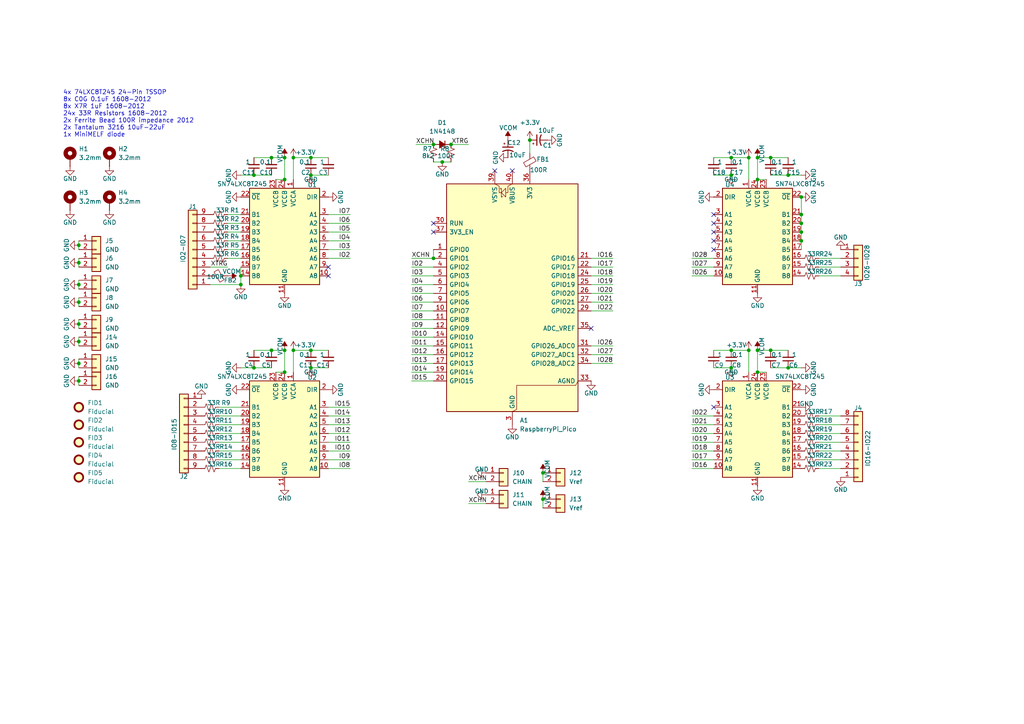
<source format=kicad_sch>
(kicad_sch (version 20250114) (generator "eeschema") (generator_version "9.0")
  (paper "A4")
  (title_block (title "Clear Logic Analyzer") (date "2026-01-19") (rev "1") (company "Jaystonian's Retro Wares") (comment 2 "Low-noise, clean edges, high speed"))
  (lib_symbols
    (symbol "Connector_Generic:Conn_01x02" (pin_names (offset 1.016) (hide yes))
      (property "Reference" "J" (at 0 2.54 0))
      (property "Value" "Conn_01x02" (at 0 -5.08 0))
      (symbol "Conn_01x02_1_1"
        (pin passive line (at -5.08 0 0) (length 3.81) (name "Pin_1") (number "1"))
        (pin passive line (at -5.08 -2.54 0) (length 3.81) (name "Pin_2") (number "2"))
      )
    )
    (symbol "Connector_Generic:Conn_01x04" (pin_names (offset 1.016) (hide yes))
      (property "Reference" "J" (at 0 5.08 0))
      (property "Value" "Conn_01x04" (at 0 -7.62 0))
      (symbol "Conn_01x04_1_1"
        (pin passive line (at -5.08 2.54 0) (length 3.81) (name "Pin_1") (number "1"))
        (pin passive line (at -5.08 0 0) (length 3.81) (name "Pin_2") (number "2"))
        (pin passive line (at -5.08 -2.54 0) (length 3.81) (name "Pin_3") (number "3"))
        (pin passive line (at -5.08 -5.08 0) (length 3.81) (name "Pin_4") (number "4"))
      )
    )
    (symbol "Connector_Generic:Conn_01x08" (pin_names (offset 1.016) (hide yes))
      (property "Reference" "J" (at 0 10.16 0))
      (property "Value" "Conn_01x08" (at 0 -12.7 0))
      (symbol "Conn_01x08_1_1"
        (pin passive line (at -5.08 7.62 0) (length 3.81) (name "Pin_1") (number "1"))
        (pin passive line (at -5.08 5.08 0) (length 3.81) (name "Pin_2") (number "2"))
        (pin passive line (at -5.08 2.54 0) (length 3.81) (name "Pin_3") (number "3"))
        (pin passive line (at -5.08 0 0) (length 3.81) (name "Pin_4") (number "4"))
        (pin passive line (at -5.08 -2.54 0) (length 3.81) (name "Pin_5") (number "5"))
        (pin passive line (at -5.08 -5.08 0) (length 3.81) (name "Pin_6") (number "6"))
        (pin passive line (at -5.08 -7.62 0) (length 3.81) (name "Pin_7") (number "7"))
        (pin passive line (at -5.08 -10.16 0) (length 3.81) (name "Pin_8") (number "8"))
      )
    )
    (symbol "Connector_Generic:Conn_01x09" (pin_names (offset 1.016) (hide yes))
      (property "Reference" "J" (at 0 12.7 0))
      (property "Value" "Conn_01x09" (at 0 -12.7 0))
      (symbol "Conn_01x09_1_1"
        (pin passive line (at -5.08 10.16 0) (length 3.81) (name "Pin_1") (number "1"))
        (pin passive line (at -5.08 7.62 0) (length 3.81) (name "Pin_2") (number "2"))
        (pin passive line (at -5.08 5.08 0) (length 3.81) (name "Pin_3") (number "3"))
        (pin passive line (at -5.08 2.54 0) (length 3.81) (name "Pin_4") (number "4"))
        (pin passive line (at -5.08 0 0) (length 3.81) (name "Pin_5") (number "5"))
        (pin passive line (at -5.08 -2.54 0) (length 3.81) (name "Pin_6") (number "6"))
        (pin passive line (at -5.08 -5.08 0) (length 3.81) (name "Pin_7") (number "7"))
        (pin passive line (at -5.08 -7.62 0) (length 3.81) (name "Pin_8") (number "8"))
        (pin passive line (at -5.08 -10.16 0) (length 3.81) (name "Pin_9") (number "9"))
      )
    )
    (symbol "Device:C_Polarized_Small_US" (pin_numbers (hide yes)) (pin_names (offset 0.254) (hide yes))
      (property "Reference" "C" (at 0.254 1.778 0))
      (property "Value" "C_Polarized_Small_US" (at 0.254 -2.032 0))
      (symbol "C_Polarized_Small_US_1_1"
        (pin passive line (at 0 2.54 270) (length 2.032) (name "~") (number "1"))
        (pin passive line (at 0 -2.54 90) (length 2.032) (name "~") (number "2"))
      )
    )
    (symbol "Device:C_Small" (pin_numbers (hide yes)) (pin_names (offset 0.254) (hide yes))
      (property "Reference" "C" (at 0.254 1.778 0))
      (property "Value" "C_Small" (at 0.254 -2.032 0))
      (symbol "C_Small_1_1"
        (pin passive line (at 0 2.54 270) (length 2.032) (name "~") (number "1"))
        (pin passive line (at 0 -2.54 90) (length 2.032) (name "~") (number "2"))
      )
    )
    (symbol "Device:D_Small_Filled" (pin_numbers (hide yes)) (pin_names (offset 0.254) (hide yes))
      (property "Reference" "D" (at -1.27 2.032 0))
      (property "Value" "D_Small_Filled" (at -3.81 -2.032 0))
      (symbol "D_Small_Filled_1_1"
        (pin passive line (at -2.54 0 0) (length 1.778) (name "K") (number "1"))
        (pin passive line (at 2.54 0 180) (length 1.778) (name "A") (number "2"))
      )
    )
    (symbol "Device:FerriteBead_Small" (pin_numbers (hide yes)) (pin_names (offset 0))
      (property "Reference" "FB" (at 1.905 1.27 0))
      (property "Value" "FerriteBead_Small" (at 1.905 -1.27 0))
      (symbol "FerriteBead_Small_1_1"
        (pin passive line (at 0 2.54 270) (length 1.27) (name "~") (number "1"))
        (pin passive line (at 0 -2.54 90) (length 1.27) (name "~") (number "2"))
      )
    )
    (symbol "Device:R_Small_US" (pin_numbers (hide yes)) (pin_names (offset 0.254) (hide yes))
      (property "Reference" "R" (at 0.762 0.508 0))
      (property "Value" "R_Small_US" (at 0.762 -1.016 0))
      (symbol "R_Small_US_1_1"
        (pin passive line (at 0 2.54 270) (length 1.016) (name "~") (number "1"))
        (pin passive line (at 0 -2.54 90) (length 1.016) (name "~") (number "2"))
      )
    )
    (symbol "Logic_LevelTranslator:SN74AVC8T245PW"
      (property "Reference" "U" (at -8.89 13.97 0))
      (property "Value" "SN74AVC8T245PW" (at 12.7 13.97 0))
      (symbol "SN74AVC8T245PW_1_1"
        (pin input line (at -12.7 10.16 0) (length 2.54) (name "DIR") (number "2"))
        (pin bidirectional line (at -12.7 5.08 0) (length 2.54) (name "A1") (number "3"))
        (pin bidirectional line (at -12.7 2.54 0) (length 2.54) (name "A2") (number "4"))
        (pin bidirectional line (at -12.7 0 0) (length 2.54) (name "A3") (number "5"))
        (pin bidirectional line (at -12.7 -2.54 0) (length 2.54) (name "A4") (number "6"))
        (pin bidirectional line (at -12.7 -5.08 0) (length 2.54) (name "A5") (number "7"))
        (pin bidirectional line (at -12.7 -7.62 0) (length 2.54) (name "A6") (number "8"))
        (pin bidirectional line (at -12.7 -10.16 0) (length 2.54) (name "A7") (number "9"))
        (pin bidirectional line (at -12.7 -12.7 0) (length 2.54) (name "A8") (number "10"))
        (pin power_in line (at -2.54 15.24 270) (length 2.54) (name "VCCA") (number "1"))
        (pin power_in line (at 0 15.24 270) (length 2.54) (name "VCCB") (number "24"))
        (pin power_in line (at 0 -17.78 90) (length 2.54) (name "GND") (number "11"))
        (pin passive line (at 0 -17.78 90) (length 2.54) (hide yes) (name "GND") (number "12"))
        (pin passive line (at 0 -17.78 90) (length 2.54) (hide yes) (name "GND") (number "13"))
        (pin power_in line (at 2.54 15.24 270) (length 2.54) (name "VCCB") (number "23"))
        (pin input line (at 12.7 10.16 180) (length 2.54) (name "~{OE}") (number "22"))
        (pin bidirectional line (at 12.7 5.08 180) (length 2.54) (name "B1") (number "21"))
        (pin bidirectional line (at 12.7 2.54 180) (length 2.54) (name "B2") (number "20"))
        (pin bidirectional line (at 12.7 0 180) (length 2.54) (name "B3") (number "19"))
        (pin bidirectional line (at 12.7 -2.54 180) (length 2.54) (name "B4") (number "18"))
        (pin bidirectional line (at 12.7 -5.08 180) (length 2.54) (name "B5") (number "17"))
        (pin bidirectional line (at 12.7 -7.62 180) (length 2.54) (name "B6") (number "16"))
        (pin bidirectional line (at 12.7 -10.16 180) (length 2.54) (name "B7") (number "15"))
        (pin bidirectional line (at 12.7 -12.7 180) (length 2.54) (name "B8") (number "14"))
      )
    )
    (symbol "MCU_Module:RaspberryPi_Pico" (pin_names (offset 0.762))
      (property "Reference" "A" (at -19.05 35.56 0))
      (property "Value" "RaspberryPi_Pico" (at 7.62 35.56 0))
      (symbol "RaspberryPi_Pico_1_1"
        (pin passive line (at -22.86 22.86 0) (length 3.81) (name "RUN") (number "30"))
        (pin passive line (at -22.86 20.32 0) (length 3.81) (name "3V3_EN") (number "37"))
        (pin bidirectional line (at -22.86 15.24 0) (length 3.81) (name "GPIO0") (number "1"))
        (pin bidirectional line (at -22.86 12.7 0) (length 3.81) (name "GPIO1") (number "2"))
        (pin bidirectional line (at -22.86 10.16 0) (length 3.81) (name "GPIO2") (number "4"))
        (pin bidirectional line (at -22.86 7.62 0) (length 3.81) (name "GPIO3") (number "5"))
        (pin bidirectional line (at -22.86 5.08 0) (length 3.81) (name "GPIO4") (number "6"))
        (pin bidirectional line (at -22.86 2.54 0) (length 3.81) (name "GPIO5") (number "7"))
        (pin bidirectional line (at -22.86 0 0) (length 3.81) (name "GPIO6") (number "9"))
        (pin bidirectional line (at -22.86 -2.54 0) (length 3.81) (name "GPIO7") (number "10"))
        (pin bidirectional line (at -22.86 -5.08 0) (length 3.81) (name "GPIO8") (number "11"))
        (pin bidirectional line (at -22.86 -7.62 0) (length 3.81) (name "GPIO9") (number "12"))
        (pin bidirectional line (at -22.86 -10.16 0) (length 3.81) (name "GPIO10") (number "14"))
        (pin bidirectional line (at -22.86 -12.7 0) (length 3.81) (name "GPIO11") (number "15"))
        (pin bidirectional line (at -22.86 -15.24 0) (length 3.81) (name "GPIO12") (number "16"))
        (pin bidirectional line (at -22.86 -17.78 0) (length 3.81) (name "GPIO13") (number "17"))
        (pin bidirectional line (at -22.86 -20.32 0) (length 3.81) (name "GPIO14") (number "19"))
        (pin bidirectional line (at -22.86 -22.86 0) (length 3.81) (name "GPIO15") (number "20"))
        (pin power_in line (at -5.08 38.1 270) (length 3.81) (name "VSYS") (number "39"))
        (pin power_out line (at 0 38.1 270) (length 3.81) (name "VBUS") (number "40"))
        (pin passive line (at 0 -35.56 90) (length 3.81) (hide yes) (name "GND") (number "13"))
        (pin passive line (at 0 -35.56 90) (length 3.81) (hide yes) (name "GND") (number "18"))
        (pin passive line (at 0 -35.56 90) (length 3.81) (hide yes) (name "GND") (number "23"))
        (pin passive line (at 0 -35.56 90) (length 3.81) (hide yes) (name "GND") (number "28"))
        (pin power_out line (at 0 -35.56 90) (length 3.81) (name "GND") (number "3"))
        (pin passive line (at 0 -35.56 90) (length 3.81) (hide yes) (name "GND") (number "38"))
        (pin passive line (at 0 -35.56 90) (length 3.81) (hide yes) (name "GND") (number "8"))
        (pin power_out line (at 5.08 38.1 270) (length 3.81) (name "3V3") (number "36"))
        (pin bidirectional line (at 22.86 12.7 180) (length 3.81) (name "GPIO16") (number "21"))
        (pin bidirectional line (at 22.86 10.16 180) (length 3.81) (name "GPIO17") (number "22"))
        (pin bidirectional line (at 22.86 7.62 180) (length 3.81) (name "GPIO18") (number "24"))
        (pin bidirectional line (at 22.86 5.08 180) (length 3.81) (name "GPIO19") (number "25"))
        (pin bidirectional line (at 22.86 2.54 180) (length 3.81) (name "GPIO20") (number "26"))
        (pin bidirectional line (at 22.86 0 180) (length 3.81) (name "GPIO21") (number "27"))
        (pin bidirectional line (at 22.86 -2.54 180) (length 3.81) (name "GPIO22") (number "29"))
        (pin power_in line (at 22.86 -7.62 180) (length 3.81) (name "ADC_VREF") (number "35"))
        (pin bidirectional line (at 22.86 -12.7 180) (length 3.81) (name "GPIO26_ADC0") (number "31"))
        (pin bidirectional line (at 22.86 -15.24 180) (length 3.81) (name "GPIO27_ADC1") (number "32"))
        (pin bidirectional line (at 22.86 -17.78 180) (length 3.81) (name "GPIO28_ADC2") (number "34"))
        (pin power_out line (at 22.86 -22.86 180) (length 3.81) (name "AGND") (number "33"))
      )
    )
    (symbol "Mechanical:Fiducial" (in_bom no)
      (property "Reference" "FID" (at 0 5.08 0))
      (property "Value" "Fiducial" (at 0 3.175 0))
    )
    (symbol "Mechanical:MountingHole_Pad" (pin_numbers (hide yes)) (pin_names (offset 1.016) (hide yes)) (in_bom no)
      (property "Reference" "H" (at 0 6.35 0))
      (property "Value" "MountingHole_Pad" (at 0 4.445 0))
      (symbol "MountingHole_Pad_1_1"
        (pin input line (at 0 -2.54 90) (length 2.54) (name "1") (number "1"))
      )
    )
    (symbol "power:+3.3V" (power) (pin_numbers (hide yes)) (pin_names (offset 0) (hide yes))
      (property "Value" "+3.3V" (at 0 3.556 0))
      (symbol "+3.3V_1_1"
        (pin power_in line (at 0 0 90) (length 0) (name "~") (number "1"))
      )
    )
    (symbol "power:GND" (power) (pin_numbers (hide yes)) (pin_names (offset 0) (hide yes))
      (property "Value" "GND" (at 0 -3.81 0))
      (symbol "GND_1_1"
        (pin power_in line (at 0 0 270) (length 0) (name "~") (number "1"))
      )
    )
    (symbol "power:VCOM" (power) (pin_numbers (hide yes)) (pin_names (offset 0) (hide yes))
      (property "Value" "VCOM" (at 0 3.556 0))
      (symbol "VCOM_1_1"
        (pin power_in line (at 0 0 90) (length 0) (name "~") (number "1"))
      )
    )
  )
  (text "4x 74LXC8T245 24-Pin TSSOP\n8x C0G 0.1uF 1608-2012\n8x X7R 1uF 1608-2012\n24x 33R Resistors 1608-2012\n2x Ferrite Bead 100R impedance 2012\n2x Tantalum 3216 10uF-22uF\n1x MiniMELF diode" (at 18.288 26.162 0) (effects (font (size 1.27 1.27)) (justify left top)))
  (junction (at 219.71 107.95))
  (junction (at 219.71 101.6))
  (junction (at 232.41 67.31))
  (junction (at 90.17 50.8))
  (junction (at 22.86 105.41))
  (junction (at 82.55 45.72))
  (junction (at 82.55 107.95))
  (junction (at 228.6 50.8))
  (junction (at 69.85 82.55))
  (junction (at 217.17 45.72))
  (junction (at 125.73 41.91))
  (junction (at 22.86 76.2))
  (junction (at 90.17 101.6))
  (junction (at 212.09 50.8))
  (junction (at 78.74 45.72))
  (junction (at 90.17 106.68))
  (junction (at 85.09 45.72))
  (junction (at 22.86 71.12))
  (junction (at 73.66 106.68))
  (junction (at 212.09 45.72))
  (junction (at 125.73 74.93))
  (junction (at 22.86 99.06))
  (junction (at 223.52 101.6))
  (junction (at 90.17 45.72))
  (junction (at 130.81 41.91))
  (junction (at 217.17 101.6))
  (junction (at 219.71 45.72))
  (junction (at 82.55 52.07))
  (junction (at 223.52 45.72))
  (junction (at 22.86 93.98))
  (junction (at 153.67 40.64))
  (junction (at 78.74 101.6))
  (junction (at 128.27 46.99))
  (junction (at 73.66 50.8))
  (junction (at 157.48 137.16))
  (junction (at 85.09 101.6))
  (junction (at 69.85 80.01))
  (junction (at 219.71 52.07))
  (junction (at 157.48 144.78))
  (junction (at 228.6 106.68))
  (junction (at 22.86 110.49))
  (junction (at 232.41 62.23))
  (junction (at 212.09 106.68))
  (junction (at 22.86 82.55))
  (junction (at 22.86 87.63))
  (junction (at 212.09 101.6))
  (junction (at 232.41 69.85))
  (junction (at 232.41 57.15))
  (junction (at 82.55 101.6))
  (junction (at 232.41 64.77))
  (no_connect (at 95.2545 77.47))
  (no_connect (at 125.73 64.77))
  (no_connect (at 95.2545 80.01))
  (no_connect (at 207.01 67.31))
  (no_connect (at 207.01 72.39))
  (no_connect (at 207.01 69.85))
  (no_connect (at 207.01 118.11))
  (no_connect (at 207.01 64.77))
  (no_connect (at 143.51 49.53))
  (no_connect (at 171.45 95.25))
  (no_connect (at 125.73 67.31))
  (no_connect (at 207.01 62.23))
  (no_connect (at 148.59 49.53))
  (wire (pts (xy 66.04 72.39) (xy 69.85 72.39)))
  (wire (pts (xy 73.66 50.8) (xy 78.74 50.8)))
  (wire (pts (xy 119.38 74.93) (xy 125.73 74.93)))
  (wire (pts (xy 69.85 77.47) (xy 69.85 80.01)))
  (wire (pts (xy 95.25 64.77) (xy 101.6 64.77)))
  (wire (pts (xy 69.85 50.8) (xy 73.66 50.8)))
  (wire (pts (xy 237.49 128.27) (xy 243.84 128.27)))
  (wire (pts (xy 101.6 123.19) (xy 95.25 123.19)))
  (wire (pts (xy 200.66 128.27) (xy 207.01 128.27)))
  (wire (pts (xy 119.38 77.47) (xy 125.73 77.47)))
  (wire (pts (xy 177.8 77.47) (xy 171.45 77.47)))
  (wire (pts (xy 119.38 87.63) (xy 125.73 87.63)))
  (wire (pts (xy 130.81 41.91) (xy 135.89 41.91)))
  (wire (pts (xy 237.49 133.35) (xy 243.84 133.35)))
  (wire (pts (xy 219.71 45.72) (xy 219.71 52.07)))
  (wire (pts (xy 177.8 82.55) (xy 171.45 82.55)))
  (wire (pts (xy 177.8 80.01) (xy 171.45 80.01)))
  (wire (pts (xy 237.49 123.19) (xy 243.84 123.19)))
  (wire (pts (xy 237.49 125.73) (xy 243.84 125.73)))
  (wire (pts (xy 82.55 101.6) (xy 82.55 107.95)))
  (wire (pts (xy 22.86 92.71) (xy 22.86 93.98)))
  (wire (pts (xy 237.49 77.47) (xy 243.84 77.47)))
  (wire (pts (xy 80.01 107.95) (xy 82.55 107.95)))
  (wire (pts (xy 66.04 74.93) (xy 69.85 74.93)))
  (wire (pts (xy 119.38 92.71) (xy 125.73 92.71)))
  (wire (pts (xy 177.8 85.09) (xy 171.45 85.09)))
  (wire (pts (xy 66.04 62.23) (xy 69.85 62.23)))
  (wire (pts (xy 120.65 41.91) (xy 125.73 41.91)))
  (wire (pts (xy 95.25 67.31) (xy 101.6 67.31)))
  (wire (pts (xy 22.86 87.63) (xy 22.86 88.9)))
  (wire (pts (xy 63.5 128.27) (xy 69.85 128.27)))
  (wire (pts (xy 232.41 57.15) (xy 232.41 62.23)))
  (wire (pts (xy 63.5 118.11) (xy 69.85 118.11)))
  (wire (pts (xy 135.89 146.05) (xy 140.97 146.05)))
  (wire (pts (xy 207.01 45.72) (xy 212.09 45.72)))
  (wire (pts (xy 200.66 120.65) (xy 207.01 120.65)))
  (wire (pts (xy 232.41 62.23) (xy 232.41 64.77)))
  (wire (pts (xy 85.09 101.6) (xy 85.09 107.95)))
  (wire (pts (xy 90.17 45.72) (xy 85.09 45.72)))
  (wire (pts (xy 22.86 110.49) (xy 22.86 111.76)))
  (wire (pts (xy 95.25 62.23) (xy 101.6 62.23)))
  (wire (pts (xy 119.38 97.79) (xy 125.73 97.79)))
  (wire (pts (xy 232.41 50.8) (xy 228.6 50.8)))
  (wire (pts (xy 63.5 135.89) (xy 69.85 135.89)))
  (wire (pts (xy 200.66 135.89) (xy 207.01 135.89)))
  (wire (pts (xy 228.6 106.68) (xy 223.52 106.68)))
  (wire (pts (xy 22.86 105.41) (xy 22.86 106.68)))
  (wire (pts (xy 119.38 102.87) (xy 125.73 102.87)))
  (wire (pts (xy 228.6 50.8) (xy 223.52 50.8)))
  (wire (pts (xy 101.6 128.27) (xy 95.25 128.27)))
  (wire (pts (xy 22.86 93.98) (xy 22.86 95.25)))
  (wire (pts (xy 95.25 74.93) (xy 101.6 74.93)))
  (wire (pts (xy 217.17 45.72) (xy 217.17 52.07)))
  (wire (pts (xy 157.48 137.16) (xy 157.48 139.7)))
  (wire (pts (xy 212.09 101.6) (xy 217.17 101.6)))
  (wire (pts (xy 217.17 101.6) (xy 217.17 107.95)))
  (wire (pts (xy 95.25 106.68) (xy 90.17 106.68)))
  (wire (pts (xy 119.38 90.17) (xy 125.73 90.17)))
  (wire (pts (xy 237.49 130.81) (xy 243.84 130.81)))
  (wire (pts (xy 119.38 107.95) (xy 125.73 107.95)))
  (wire (pts (xy 95.25 69.85) (xy 101.6 69.85)))
  (wire (pts (xy 22.86 86.36) (xy 22.86 87.63)))
  (wire (pts (xy 237.49 80.01) (xy 243.84 80.01)))
  (wire (pts (xy 63.5 120.65) (xy 69.85 120.65)))
  (wire (pts (xy 63.5 133.35) (xy 69.85 133.35)))
  (wire (pts (xy 73.66 101.6) (xy 78.74 101.6)))
  (wire (pts (xy 85.09 45.72) (xy 85.09 52.07)))
  (wire (pts (xy 219.71 101.6) (xy 219.71 107.95)))
  (wire (pts (xy 177.8 74.93) (xy 171.45 74.93)))
  (wire (pts (xy 101.6 118.11) (xy 95.25 118.11)))
  (wire (pts (xy 222.25 52.07) (xy 219.71 52.07)))
  (wire (pts (xy 232.41 69.85) (xy 232.41 72.39)))
  (wire (pts (xy 153.67 40.64) (xy 153.67 44.45)))
  (wire (pts (xy 200.66 130.81) (xy 207.01 130.81)))
  (wire (pts (xy 200.66 80.01) (xy 207.01 80.01)))
  (wire (pts (xy 22.86 74.93) (xy 22.86 76.2)))
  (wire (pts (xy 228.6 45.72) (xy 223.52 45.72)))
  (wire (pts (xy 60.96 77.47) (xy 66.04 77.47)))
  (wire (pts (xy 207.01 101.6) (xy 212.09 101.6)))
  (wire (pts (xy 95.25 45.72) (xy 90.17 45.72)))
  (wire (pts (xy 90.17 101.6) (xy 85.09 101.6)))
  (wire (pts (xy 80.01 52.07) (xy 82.55 52.07)))
  (wire (pts (xy 22.86 71.12) (xy 22.86 72.39)))
  (wire (pts (xy 177.8 90.17) (xy 171.45 90.17)))
  (wire (pts (xy 78.74 101.6) (xy 82.55 101.6)))
  (wire (pts (xy 237.49 135.89) (xy 243.84 135.89)))
  (wire (pts (xy 128.27 46.99) (xy 130.81 46.99)))
  (wire (pts (xy 237.49 120.65) (xy 243.84 120.65)))
  (wire (pts (xy 60.96 82.55) (xy 69.85 82.55)))
  (wire (pts (xy 232.41 67.31) (xy 232.41 69.85)))
  (wire (pts (xy 22.86 97.79) (xy 22.86 99.06)))
  (wire (pts (xy 101.6 133.35) (xy 95.25 133.35)))
  (wire (pts (xy 119.38 80.01) (xy 125.73 80.01)))
  (wire (pts (xy 101.6 125.73) (xy 95.25 125.73)))
  (wire (pts (xy 200.66 133.35) (xy 207.01 133.35)))
  (wire (pts (xy 177.8 100.33) (xy 171.45 100.33)))
  (wire (pts (xy 66.04 67.31) (xy 69.85 67.31)))
  (wire (pts (xy 119.38 105.41) (xy 125.73 105.41)))
  (wire (pts (xy 207.01 50.8) (xy 212.09 50.8)))
  (wire (pts (xy 200.66 77.47) (xy 207.01 77.47)))
  (wire (pts (xy 22.86 99.06) (xy 22.86 100.33)))
  (wire (pts (xy 101.6 130.81) (xy 95.25 130.81)))
  (wire (pts (xy 207.01 106.68) (xy 212.09 106.68)))
  (wire (pts (xy 66.04 64.77) (xy 69.85 64.77)))
  (wire (pts (xy 63.5 125.73) (xy 69.85 125.73)))
  (wire (pts (xy 82.55 45.72) (xy 82.55 52.07)))
  (wire (pts (xy 119.38 85.09) (xy 125.73 85.09)))
  (wire (pts (xy 223.52 45.72) (xy 219.71 45.72)))
  (wire (pts (xy 73.66 106.68) (xy 78.74 106.68)))
  (wire (pts (xy 200.66 125.73) (xy 207.01 125.73)))
  (wire (pts (xy 78.74 45.72) (xy 82.55 45.72)))
  (wire (pts (xy 232.41 106.68) (xy 228.6 106.68)))
  (wire (pts (xy 63.5 130.81) (xy 69.85 130.81)))
  (wire (pts (xy 135.89 139.7) (xy 140.97 139.7)))
  (wire (pts (xy 119.38 100.33) (xy 125.73 100.33)))
  (wire (pts (xy 66.04 69.85) (xy 69.85 69.85)))
  (wire (pts (xy 223.52 101.6) (xy 219.71 101.6)))
  (wire (pts (xy 177.8 105.41) (xy 171.45 105.41)))
  (wire (pts (xy 63.5 123.19) (xy 69.85 123.19)))
  (wire (pts (xy 95.25 72.39) (xy 101.6 72.39)))
  (wire (pts (xy 200.66 74.93) (xy 207.01 74.93)))
  (wire (pts (xy 200.66 123.19) (xy 207.01 123.19)))
  (wire (pts (xy 22.86 69.85) (xy 22.86 71.12)))
  (wire (pts (xy 222.25 107.95) (xy 219.71 107.95)))
  (wire (pts (xy 95.25 50.8) (xy 90.17 50.8)))
  (wire (pts (xy 101.6 135.89) (xy 95.25 135.89)))
  (wire (pts (xy 22.86 82.55) (xy 22.86 83.82)))
  (wire (pts (xy 125.73 46.99) (xy 128.27 46.99)))
  (wire (pts (xy 177.8 102.87) (xy 171.45 102.87)))
  (wire (pts (xy 22.86 81.28) (xy 22.86 82.55)))
  (wire (pts (xy 237.49 74.93) (xy 243.84 74.93)))
  (wire (pts (xy 212.09 45.72) (xy 217.17 45.72)))
  (wire (pts (xy 177.8 87.63) (xy 171.45 87.63)))
  (wire (pts (xy 22.86 109.22) (xy 22.86 110.49)))
  (wire (pts (xy 73.66 45.72) (xy 78.74 45.72)))
  (wire (pts (xy 22.86 104.14) (xy 22.86 105.41)))
  (wire (pts (xy 157.48 144.78) (xy 157.48 147.32)))
  (wire (pts (xy 101.6 120.65) (xy 95.25 120.65)))
  (wire (pts (xy 69.85 106.68) (xy 73.66 106.68)))
  (wire (pts (xy 228.6 101.6) (xy 223.52 101.6)))
  (wire (pts (xy 125.73 72.39) (xy 125.73 74.93)))
  (wire (pts (xy 95.25 101.6) (xy 90.17 101.6)))
  (wire (pts (xy 22.86 76.2) (xy 22.86 77.47)))
  (wire (pts (xy 69.85 80.01) (xy 69.85 82.55)))
  (wire (pts (xy 119.38 95.25) (xy 125.73 95.25)))
  (wire (pts (xy 232.41 64.77) (xy 232.41 67.31)))
  (wire (pts (xy 119.38 82.55) (xy 125.73 82.55)))
  (wire (pts (xy 119.38 110.49) (xy 125.73 110.49)))
  (label "IO16" (at 177.8 74.93 180))
  (label "IO9" (at 119.38 95.25 0))
  (label "IO28" (at 200.66 74.93 0))
  (label "IO26" (at 177.8 100.33 180))
  (label "IO5" (at 101.6 67.31 180))
  (label "IO10" (at 119.38 97.79 0))
  (label "IO10" (at 101.6 130.81 180))
  (label "IO3" (at 119.38 80.01 0))
  (label "IO7" (at 101.6 62.23 180))
  (label "XCHN" (at 135.89 146.05 0))
  (label "IO9" (at 101.6 133.35 180))
  (label "IO6" (at 119.38 87.63 0))
  (label "IO19" (at 200.66 128.27 0))
  (label "IO27" (at 177.8 102.87 180))
  (label "IO22" (at 177.8 90.17 180))
  (label "IO17" (at 177.8 77.47 180))
  (label "IO4" (at 119.38 82.55 0))
  (label "IO4" (at 101.6 69.85 180))
  (label "IO28" (at 177.8 105.41 180))
  (label "IO14" (at 101.6 120.65 180))
  (label "XCHN" (at 119.38 74.93 0))
  (label "IO12" (at 101.6 125.73 180))
  (label "IO11" (at 101.6 128.27 180))
  (label "IO17" (at 200.66 133.35 0))
  (label "IO21" (at 200.66 123.19 0))
  (label "IO16" (at 200.66 135.89 0))
  (label "IO19" (at 177.8 82.55 180))
  (label "XCHN" (at 120.65 41.91 0))
  (label "IO26" (at 200.66 80.01 0))
  (label "IO2" (at 101.6 74.93 180))
  (label "IO11" (at 119.38 100.33 0))
  (label "IO2" (at 119.38 77.47 0))
  (label "IO15" (at 101.6 118.11 180))
  (label "IO14" (at 119.38 107.95 0))
  (label "IO27" (at 200.66 77.47 0))
  (label "IO6" (at 101.6 64.77 180))
  (label "IO7" (at 119.38 90.17 0))
  (label "IO13" (at 101.6 123.19 180))
  (label "IO18" (at 177.8 80.01 180))
  (label "IO18" (at 200.66 130.81 0))
  (label "IO13" (at 119.38 105.41 0))
  (label "IO20" (at 200.66 125.73 0))
  (label "IO15" (at 119.38 110.49 0))
  (label "IO22" (at 200.66 120.65 0))
  (label "IO8" (at 101.6 135.89 180))
  (label "XTRG" (at 66.04 77.47 180))
  (label "IO3" (at 101.6 72.39 180))
  (label "IO5" (at 119.38 85.09 0))
  (label "XCHN" (at 135.89 139.7 0))
  (label "IO8" (at 119.38 92.71 0))
  (label "IO20" (at 177.8 85.09 180))
  (label "XTRG" (at 135.89 41.91 180))
  (label "IO21" (at 177.8 87.63 180))
  (label "IO12" (at 119.38 102.87 0))
  (symbol (lib_id "MCU_Module:RaspberryPi_Pico") (at 148.59 87.63 0) (unit 1)
    (property "Reference" "A1" (at 150.7333 121.92 0) (effects (justify left)))
    (property "Value" "RaspberryPi_Pico" (at 150.7333 124.46 0) (effects (justify left)))
    (property "Footprint" "CPU2:RaspberryPi_Pico_THT" (effects (hide yes)))
    (property "Datasheet" "https://datasheets.raspberrypi.com/pico/pico-datasheet.pdf" (effects (hide yes)))
    (property "Description" "Versatile and inexpensive microcontroller module powered by RP2040 dual-core Arm Cortex-M0+ processor up to 133 MHz, 264kB SRAM, 2MB QSPI flash; also supports Raspberry Pi Pico 2" (effects (hide yes)))
  )
  (symbol (lib_id "power:GND") (at 69.85 50.8 270) (mirror x) (unit 1)
    (property "Reference" "#PWR038" (effects (hide yes)))
    (property "Value" "GND" (at 66.294 50.8 0))
    (property "Description" "Power symbol creates a global label with name \"GND\" , ground" (effects (hide yes)))
  )
  (symbol (lib_id "power:GND") (at 232.41 50.8 90) (unit 1)
    (property "Reference" "#PWR050" (effects (hide yes)))
    (property "Value" "GND" (at 235.966 50.8 0))
    (property "Description" "Power symbol creates a global label with name \"GND\" , ground" (effects (hide yes)))
  )
  (symbol (lib_id "Device:C_Small") (at 90.17 48.26 0) (mirror x) (unit 1)
    (property "Reference" "C2" (at 88.646 50.038 0))
    (property "Value" "0.1" (at 88.392 46.99 0))
    (property "Footprint" "Capacitor_SMD:C_0805_2012Metric_Pad1.18x1.45mm_HandSolder" (effects (hide yes)))
    (property "Description" "Unpolarized capacitor, small symbol" (effects (hide yes)))
  )
  (symbol (lib_id "Device:R_Small_US") (at 234.95 77.47 90) (unit 1)
    (property "Reference" "R25" (at 239.522 76.2 90))
    (property "Value" "33R" (at 235.966 76.2 90))
    (property "Footprint" "Resistor_SMD:R_0805_2012Metric_Pad1.20x1.40mm_HandSolder" (effects (hide yes)))
    (property "Description" "Resistor, small US symbol" (effects (hide yes)))
  )
  (symbol (lib_id "power:VCOM") (at 82.55 101.6 0) (unit 1)
    (property "Reference" "#PWR08" (effects (hide yes)))
    (property "Value" "VCOM" (at 81.28 103.124 90) (effects (justify left)))
    (property "Description" "Power symbol creates a global label with name \"VCOM\"" (effects (hide yes)))
  )
  (symbol (lib_id "Mechanical:MountingHole_Pad") (at 20.32 45.72 0) (unit 1) (in_bom no)
    (property "Reference" "H1" (at 22.86 43.1799 0) (effects (justify left)))
    (property "Value" "3.2mm" (at 22.86 45.7199 0) (effects (justify left)))
    (property "Footprint" "MountingHole:MountingHole_3.2mm_M3_Pad_Via" (effects (hide yes)))
    (property "Description" "Mounting Hole with connection" (effects (hide yes)))
  )
  (symbol (lib_id "Device:C_Small") (at 223.52 104.14 180) (unit 1)
    (property "Reference" "C7" (at 225.044 105.918 0))
    (property "Value" "0.1" (at 225.298 102.87 0))
    (property "Footprint" "Capacitor_SMD:C_0805_2012Metric_Pad1.18x1.45mm_HandSolder" (effects (hide yes)))
    (property "Description" "Unpolarized capacitor, small symbol" (effects (hide yes)))
  )
  (symbol (lib_id "Device:R_Small_US") (at 234.95 128.27 90) (unit 1)
    (property "Reference" "R20" (at 239.522 127 90))
    (property "Value" "33R" (at 235.966 127 90))
    (property "Footprint" "Resistor_SMD:R_0805_2012Metric_Pad1.20x1.40mm_HandSolder" (effects (hide yes)))
    (property "Description" "Resistor, small US symbol" (effects (hide yes)))
  )
  (symbol (lib_id "power:GND") (at 140.97 143.51 270) (mirror x) (unit 1)
    (property "Reference" "#PWR034" (effects (hide yes)))
    (property "Value" "GND" (at 139.7 142.494 90))
    (property "Description" "Power symbol creates a global label with name \"GND\" , ground" (effects (hide yes)))
  )
  (symbol (lib_id "Device:R_Small_US") (at 234.95 130.81 90) (unit 1)
    (property "Reference" "R21" (at 239.522 129.54 90))
    (property "Value" "33R" (at 235.966 129.54 90))
    (property "Footprint" "Resistor_SMD:R_0805_2012Metric_Pad1.20x1.40mm_HandSolder" (effects (hide yes)))
    (property "Description" "Resistor, small US symbol" (effects (hide yes)))
  )
  (symbol (lib_id "Mechanical:Fiducial") (at 22.86 123.19 0) (unit 1) (in_bom no)
    (property "Reference" "FID2" (at 25.4 121.9199 0) (effects (justify left)))
    (property "Value" "Fiducial" (at 25.4 124.4599 0) (effects (justify left)))
    (property "Footprint" "Fiducial:Fiducial_0.5mm_Mask1mm" (effects (hide yes)))
    (property "Description" "Fiducial Marker" (effects (hide yes)))
  )
  (symbol (lib_id "power:GND") (at 31.75 60.96 0) (mirror y) (unit 1)
    (property "Reference" "#PWR026" (effects (hide yes)))
    (property "Value" "GND" (at 31.75 64.516 0))
    (property "Description" "Power symbol creates a global label with name \"GND\" , ground" (effects (hide yes)))
  )
  (symbol (lib_id "power:VCOM") (at 147.32 40.64 0) (unit 1)
    (property "Reference" "#PWR041" (effects (hide yes)))
    (property "Value" "VCOM" (at 144.78 37.084 0) (effects (justify left)))
    (property "Description" "Power symbol creates a global label with name \"VCOM\"" (effects (hide yes)))
  )
  (symbol (lib_id "power:GND") (at 90.17 50.8 0) (mirror y) (unit 1)
    (property "Reference" "#PWR06" (effects (hide yes)))
    (property "Value" "GND" (at 90.17 52.07 0))
    (property "Description" "Power symbol creates a global label with name \"GND\" , ground" (effects (hide yes)))
  )
  (symbol (lib_id "Device:C_Small") (at 228.6 104.14 180) (unit 1)
    (property "Reference" "C6" (at 230.124 105.918 0))
    (property "Value" "1" (at 230.378 102.87 0))
    (property "Footprint" "Capacitor_SMD:C_0805_2012Metric_Pad1.18x1.45mm_HandSolder" (effects (hide yes)))
    (property "Description" "Unpolarized capacitor, small symbol" (effects (hide yes)))
  )
  (symbol (lib_id "power:GND") (at 171.45 110.49 0) (unit 1)
    (property "Reference" "#PWR02" (effects (hide yes)))
    (property "Value" "GND" (at 171.45 114.046 0))
    (property "Description" "Power symbol creates a global label with name \"GND\" , ground" (effects (hide yes)))
  )
  (symbol (lib_id "Device:C_Small") (at 73.66 48.26 0) (mirror x) (unit 1)
    (property "Reference" "C11" (at 72.136 50.038 0))
    (property "Value" "1" (at 71.882 46.99 0))
    (property "Footprint" "Capacitor_SMD:C_0805_2012Metric_Pad1.18x1.45mm_HandSolder" (effects (hide yes)))
    (property "Description" "Unpolarized capacitor, small symbol" (effects (hide yes)))
  )
  (symbol (lib_id "power:VCOM") (at 219.71 45.72 0) (mirror y) (unit 1)
    (property "Reference" "#PWR047" (effects (hide yes)))
    (property "Value" "VCOM" (at 220.98 47.244 90) (effects (justify left)))
    (property "Description" "Power symbol creates a global label with name \"VCOM\"" (effects (hide yes)))
  )
  (symbol (lib_id "Device:C_Small") (at 78.74 104.14 0) (mirror x) (unit 1)
    (property "Reference" "C5" (at 77.216 105.918 0))
    (property "Value" "0.1" (at 76.962 102.87 0))
    (property "Footprint" "Capacitor_SMD:C_0805_2012Metric_Pad1.18x1.45mm_HandSolder" (effects (hide yes)))
    (property "Description" "Unpolarized capacitor, small symbol" (effects (hide yes)))
  )
  (symbol (lib_id "power:GND") (at 207.01 113.03 270) (unit 1)
    (property "Reference" "#PWR016" (effects (hide yes)))
    (property "Value" "GND" (at 203.454 113.03 0))
    (property "Description" "Power symbol creates a global label with name \"GND\" , ground" (effects (hide yes)))
  )
  (symbol (lib_id "Device:R_Small_US") (at 234.95 133.35 90) (unit 1)
    (property "Reference" "R22" (at 239.522 132.08 90))
    (property "Value" "33R" (at 235.966 132.08 90))
    (property "Footprint" "Resistor_SMD:R_0805_2012Metric_Pad1.20x1.40mm_HandSolder" (effects (hide yes)))
    (property "Description" "Resistor, small US symbol" (effects (hide yes)))
  )
  (symbol (lib_id "power:GND") (at 22.86 105.41 270) (mirror x) (unit 1)
    (property "Reference" "#PWR056" (effects (hide yes)))
    (property "Value" "GND" (at 19.304 105.41 0))
    (property "Description" "Power symbol creates a global label with name \"GND\" , ground" (effects (hide yes)))
  )
  (symbol (lib_id "Mechanical:MountingHole_Pad") (at 20.32 58.42 0) (unit 1) (in_bom no)
    (property "Reference" "H3" (at 22.86 55.8799 0) (effects (justify left)))
    (property "Value" "3.2mm" (at 22.86 58.4199 0) (effects (justify left)))
    (property "Footprint" "MountingHole:MountingHole_3.2mm_M3_Pad_Via" (effects (hide yes)))
    (property "Description" "Mounting Hole with connection" (effects (hide yes)))
  )
  (symbol (lib_id "Device:R_Small_US") (at 125.73 44.45 180) (unit 1)
    (property "Reference" "R7" (at 123.952 43.18 0))
    (property "Value" "8k2" (at 124.206 45.212 0))
    (property "Footprint" "Resistor_SMD:R_0805_2012Metric_Pad1.20x1.40mm_HandSolder" (effects (hide yes)))
    (property "Description" "Resistor, small US symbol" (effects (hide yes)))
  )
  (symbol (lib_id "Connector_Generic:Conn_01x08") (at 248.92 130.81 0) (mirror x) (unit 1)
    (property "Reference" "J4" (at 248.92 118.364 0))
    (property "Value" "IO16-IO22" (at 251.714 130.048 90))
    (property "Footprint" "Connector_PinHeader_2.54mm:PinHeader_1x08_P2.54mm_Vertical" (effects (hide yes)))
    (property "Description" "Generic connector, single row, 01x08, script generated (kicad-library-utils/schlib/autogen/connector/)" (effects (hide yes)))
  )
  (symbol (lib_id "Connector_Generic:Conn_01x04") (at 248.92 74.93 0) (unit 1)
    (property "Reference" "J3" (at 248.92 82.296 0))
    (property "Value" "IO26-IO28" (at 251.46 76.2 90))
    (property "Footprint" "Connector_PinHeader_2.54mm:PinHeader_1x04_P2.54mm_Vertical" (effects (hide yes)))
    (property "Description" "Generic connector, single row, 01x04, script generated (kicad-library-utils/schlib/autogen/connector/)" (effects (hide yes)))
  )
  (symbol (lib_id "Device:R_Small_US") (at 234.95 120.65 90) (unit 1)
    (property "Reference" "R17" (at 239.522 119.38 90))
    (property "Value" "33R" (at 235.966 119.38 90))
    (property "Footprint" "Resistor_SMD:R_0805_2012Metric_Pad1.20x1.40mm_HandSolder" (effects (hide yes)))
    (property "Description" "Resistor, small US symbol" (effects (hide yes)))
  )
  (symbol (lib_id "power:+3.3V") (at 153.67 40.64 0) (unit 1)
    (property "Reference" "#PWR03" (effects (hide yes)))
    (property "Value" "+3.3V" (at 153.67 35.56 0))
    (property "Description" "Power symbol creates a global label with name \"+3.3V\"" (effects (hide yes)))
  )
  (symbol (lib_id "power:GND") (at 140.97 137.16 270) (mirror x) (unit 1)
    (property "Reference" "#PWR033" (effects (hide yes)))
    (property "Value" "GND" (at 139.7 136.144 90))
    (property "Description" "Power symbol creates a global label with name \"GND\" , ground" (effects (hide yes)))
  )
  (symbol (lib_id "Connector_Generic:Conn_01x02") (at 27.94 104.14 0) (unit 1)
    (property "Reference" "J15" (at 30.48 104.1399 0) (effects (justify left)))
    (property "Value" "GND" (at 30.48 106.6799 0) (effects (justify left)))
    (property "Footprint" "Connector_PinHeader_2.54mm:PinHeader_1x02_P2.54mm_Vertical" (effects (hide yes)))
    (property "Description" "Generic connector, single row, 01x02, script generated (kicad-library-utils/schlib/autogen/connector/)" (effects (hide yes)))
  )
  (symbol (lib_id "power:GND") (at 232.41 113.03 90) (unit 1)
    (property "Reference" "#PWR015" (effects (hide yes)))
    (property "Value" "GND" (at 235.966 113.03 0))
    (property "Description" "Power symbol creates a global label with name \"GND\" , ground" (effects (hide yes)))
  )
  (symbol (lib_id "power:VCOM") (at 82.55 45.72 0) (unit 1)
    (property "Reference" "#PWR036" (effects (hide yes)))
    (property "Value" "VCOM" (at 81.28 47.244 90) (effects (justify left)))
    (property "Description" "Power symbol creates a global label with name \"VCOM\"" (effects (hide yes)))
  )
  (symbol (lib_id "Connector_Generic:Conn_01x09") (at 53.34 125.73 0) (mirror y) (unit 1)
    (property "Reference" "J2" (at 53.34 138.176 0))
    (property "Value" "IO8-IO15" (at 50.546 125.984 90))
    (property "Footprint" "Connector_PinHeader_2.54mm:PinHeader_1x09_P2.54mm_Vertical" (effects (hide yes)))
    (property "Description" "Generic connector, single row, 01x09, script generated (kicad-library-utils/schlib/autogen/connector/)" (effects (hide yes)))
  )
  (symbol (lib_id "Connector_Generic:Conn_01x09") (at 55.88 72.39 180) (unit 1)
    (property "Reference" "J1" (at 55.88 59.944 0))
    (property "Value" "IO2-IO7" (at 53.086 72.136 90))
    (property "Footprint" "Connector_PinHeader_2.54mm:PinHeader_1x09_P2.54mm_Vertical" (effects (hide yes)))
    (property "Description" "Generic connector, single row, 01x09, script generated (kicad-library-utils/schlib/autogen/connector/)" (effects (hide yes)))
  )
  (symbol (lib_id "power:GND") (at 158.75 40.64 90) (unit 1)
    (property "Reference" "#PWR07" (effects (hide yes)))
    (property "Value" "GND" (at 162.306 40.64 0))
    (property "Description" "Power symbol creates a global label with name \"GND\" , ground" (effects (hide yes)))
  )
  (symbol (lib_id "power:GND") (at 95.25 113.03 90) (mirror x) (unit 1)
    (property "Reference" "#PWR045" (effects (hide yes)))
    (property "Value" "GND" (at 98.806 113.03 0))
    (property "Description" "Power symbol creates a global label with name \"GND\" , ground" (effects (hide yes)))
  )
  (symbol (lib_id "power:GND") (at 148.59 123.19 0) (unit 1)
    (property "Reference" "#PWR01" (effects (hide yes)))
    (property "Value" "GND" (at 148.59 126.746 0))
    (property "Description" "Power symbol creates a global label with name \"GND\" , ground" (effects (hide yes)))
  )
  (symbol (lib_id "Device:R_Small_US") (at 63.5 64.77 90) (unit 1)
    (property "Reference" "R2" (at 68.072 63.5 90))
    (property "Value" "33R" (at 64.516 63.5 90))
    (property "Footprint" "Resistor_SMD:R_0805_2012Metric_Pad1.20x1.40mm_HandSolder" (effects (hide yes)))
    (property "Description" "Resistor, small US symbol" (effects (hide yes)))
  )
  (symbol (lib_id "Connector_Generic:Conn_01x02") (at 27.94 74.93 0) (unit 1)
    (property "Reference" "J6" (at 30.48 74.9299 0) (effects (justify left)))
    (property "Value" "GND" (at 30.48 77.4699 0) (effects (justify left)))
    (property "Footprint" "Connector_PinHeader_2.54mm:PinHeader_1x02_P2.54mm_Vertical" (effects (hide yes)))
    (property "Description" "Generic connector, single row, 01x02, script generated (kicad-library-utils/schlib/autogen/connector/)" (effects (hide yes)))
  )
  (symbol (lib_id "Device:FerriteBead_Small") (at 63.5 80.01 270) (mirror x) (unit 1)
    (property "Reference" "FB2" (at 66.802 81.28 90))
    (property "Value" "100R" (at 62.484 80.264 90))
    (property "Footprint" "Resistor_SMD:R_0805_2012Metric_Pad1.20x1.40mm_HandSolder" (effects (hide yes)))
    (property "Description" "Ferrite Bead MPZ2012S101AT000" (effects (hide yes)))
  )
  (symbol (lib_id "Mechanical:Fiducial") (at 22.86 128.27 0) (unit 1) (in_bom no)
    (property "Reference" "FID3" (at 25.4 126.9999 0) (effects (justify left)))
    (property "Value" "Fiducial" (at 25.4 129.5399 0) (effects (justify left)))
    (property "Footprint" "Fiducial:Fiducial_0.5mm_Mask1mm" (effects (hide yes)))
    (property "Description" "Fiducial Marker" (effects (hide yes)))
  )
  (symbol (lib_id "Mechanical:MountingHole_Pad") (at 31.75 58.42 0) (unit 1) (in_bom no)
    (property "Reference" "H4" (at 34.29 55.8799 0) (effects (justify left)))
    (property "Value" "3.2mm" (at 34.29 58.4199 0) (effects (justify left)))
    (property "Footprint" "MountingHole:MountingHole_3.2mm_M3_Pad_Via" (effects (hide yes)))
    (property "Description" "Mounting Hole with connection" (effects (hide yes)))
  )
  (symbol (lib_id "Device:R_Small_US") (at 63.5 72.39 90) (unit 1)
    (property "Reference" "R5" (at 68.072 71.12 90))
    (property "Value" "33R" (at 64.516 71.12 90))
    (property "Footprint" "Resistor_SMD:R_0805_2012Metric_Pad1.20x1.40mm_HandSolder" (effects (hide yes)))
    (property "Description" "Resistor, small US symbol" (effects (hide yes)))
  )
  (symbol (lib_id "Device:R_Small_US") (at 234.95 74.93 90) (unit 1)
    (property "Reference" "R24" (at 239.522 73.66 90))
    (property "Value" "33R" (at 235.966 73.66 90))
    (property "Footprint" "Resistor_SMD:R_0805_2012Metric_Pad1.20x1.40mm_HandSolder" (effects (hide yes)))
    (property "Description" "Resistor, small US symbol" (effects (hide yes)))
  )
  (symbol (lib_id "Device:C_Small") (at 95.25 48.26 0) (mirror x) (unit 1)
    (property "Reference" "C3" (at 93.726 50.038 0))
    (property "Value" "1" (at 93.472 46.99 0))
    (property "Footprint" "Capacitor_SMD:C_0805_2012Metric_Pad1.18x1.45mm_HandSolder" (effects (hide yes)))
    (property "Description" "Unpolarized capacitor, small symbol" (effects (hide yes)))
  )
  (symbol (lib_id "power:GND") (at 147.32 45.72 270) (unit 1)
    (property "Reference" "#PWR042" (effects (hide yes)))
    (property "Value" "GND" (at 143.764 45.72 0))
    (property "Description" "Power symbol creates a global label with name \"GND\" , ground" (effects (hide yes)))
  )
  (symbol (lib_id "Device:R_Small_US") (at 63.5 69.85 90) (unit 1)
    (property "Reference" "R4" (at 68.072 68.58 90))
    (property "Value" "33R" (at 64.516 68.58 90))
    (property "Footprint" "Resistor_SMD:R_0805_2012Metric_Pad1.20x1.40mm_HandSolder" (effects (hide yes)))
    (property "Description" "Resistor, small US symbol" (effects (hide yes)))
  )
  (symbol (lib_id "power:GND") (at 232.41 106.68 90) (unit 1)
    (property "Reference" "#PWR013" (effects (hide yes)))
    (property "Value" "GND" (at 235.966 106.68 0))
    (property "Description" "Power symbol creates a global label with name \"GND\" , ground" (effects (hide yes)))
  )
  (symbol (lib_id "power:GND") (at 212.09 106.68 0) (unit 1)
    (property "Reference" "#PWR014" (effects (hide yes)))
    (property "Value" "GND" (at 212.09 107.95 0))
    (property "Description" "Power symbol creates a global label with name \"GND\" , ground" (effects (hide yes)))
  )
  (symbol (lib_id "Device:R_Small_US") (at 60.96 128.27 90) (unit 1)
    (property "Reference" "R13" (at 65.532 127 90))
    (property "Value" "33R" (at 61.976 127 90))
    (property "Footprint" "Resistor_SMD:R_0805_2012Metric_Pad1.20x1.40mm_HandSolder" (effects (hide yes)))
    (property "Description" "Resistor, small US symbol" (effects (hide yes)))
  )
  (symbol (lib_id "Connector_Generic:Conn_01x02") (at 27.94 109.22 0) (unit 1)
    (property "Reference" "J16" (at 30.48 109.2199 0) (effects (justify left)))
    (property "Value" "GND" (at 30.48 111.7599 0) (effects (justify left)))
    (property "Footprint" "Connector_PinHeader_2.54mm:PinHeader_1x02_P2.54mm_Vertical" (effects (hide yes)))
    (property "Description" "Generic connector, single row, 01x02, script generated (kicad-library-utils/schlib/autogen/connector/)" (effects (hide yes)))
  )
  (symbol (lib_id "power:GND") (at 20.32 48.26 0) (mirror y) (unit 1)
    (property "Reference" "#PWR023" (effects (hide yes)))
    (property "Value" "GND" (at 20.32 51.816 0))
    (property "Description" "Power symbol creates a global label with name \"GND\" , ground" (effects (hide yes)))
  )
  (symbol (lib_id "power:GND") (at 90.17 106.68 0) (mirror y) (unit 1)
    (property "Reference" "#PWR043" (effects (hide yes)))
    (property "Value" "GND" (at 90.17 107.95 0))
    (property "Description" "Power symbol creates a global label with name \"GND\" , ground" (effects (hide yes)))
  )
  (symbol (lib_id "Device:R_Small_US") (at 60.96 118.11 90) (unit 1)
    (property "Reference" "R9" (at 65.532 116.84 90))
    (property "Value" "33R" (at 61.976 116.84 90))
    (property "Footprint" "Resistor_SMD:R_0805_2012Metric_Pad1.20x1.40mm_HandSolder" (effects (hide yes)))
    (property "Description" "Resistor, small US symbol" (effects (hide yes)))
  )
  (symbol (lib_id "power:GND") (at 22.86 76.2 270) (mirror x) (unit 1)
    (property "Reference" "#PWR028" (effects (hide yes)))
    (property "Value" "GND" (at 19.304 76.2 0))
    (property "Description" "Power symbol creates a global label with name \"GND\" , ground" (effects (hide yes)))
  )
  (symbol (lib_id "power:GND") (at 243.84 138.43 0) (unit 1)
    (property "Reference" "#PWR022" (effects (hide yes)))
    (property "Value" "GND" (at 243.84 141.986 0))
    (property "Description" "Power symbol creates a global label with name \"GND\" , ground" (effects (hide yes)))
  )
  (symbol (lib_id "Device:R_Small_US") (at 234.95 123.19 90) (unit 1)
    (property "Reference" "R18" (at 239.522 121.92 90))
    (property "Value" "33R" (at 235.966 121.92 90))
    (property "Footprint" "Resistor_SMD:R_0805_2012Metric_Pad1.20x1.40mm_HandSolder" (effects (hide yes)))
    (property "Description" "Resistor, small US symbol" (effects (hide yes)))
  )
  (symbol (lib_id "power:VCOM") (at 66.04 80.01 270) (unit 1)
    (property "Reference" "#PWR037" (effects (hide yes)))
    (property "Value" "VCOM" (at 64.516 78.74 90) (effects (justify left)))
    (property "Description" "Power symbol creates a global label with name \"VCOM\"" (effects (hide yes)))
  )
  (symbol (lib_id "Device:C_Polarized_Small_US") (at 156.21 40.64 90) (unit 1)
    (property "Reference" "C1" (at 158.75 42.164 90))
    (property "Value" "10uF" (at 158.496 37.846 90))
    (property "Footprint" "Capacitor_Tantalum_SMD:CP_EIA-3216-18_Kemet-A" (effects (hide yes)))
    (property "Description" "Polarized capacitor, small US symbol" (effects (hide yes)))
  )
  (symbol (lib_id "Connector_Generic:Conn_01x02") (at 27.94 92.71 0) (unit 1)
    (property "Reference" "J9" (at 30.48 92.7099 0) (effects (justify left)))
    (property "Value" "GND" (at 30.48 95.2499 0) (effects (justify left)))
    (property "Footprint" "Connector_PinHeader_2.54mm:PinHeader_1x02_P2.54mm_Vertical" (effects (hide yes)))
    (property "Description" "Generic connector, single row, 01x02, script generated (kicad-library-utils/schlib/autogen/connector/)" (effects (hide yes)))
  )
  (symbol (lib_id "power:GND") (at 82.55 85.09 0) (mirror y) (unit 1)
    (property "Reference" "#PWR05" (effects (hide yes)))
    (property "Value" "GND" (at 82.55 88.646 0))
    (property "Description" "Power symbol creates a global label with name \"GND\" , ground" (effects (hide yes)))
  )
  (symbol (lib_id "Device:R_Small_US") (at 60.96 130.81 90) (unit 1)
    (property "Reference" "R14" (at 65.532 129.54 90))
    (property "Value" "33R" (at 61.976 129.54 90))
    (property "Footprint" "Resistor_SMD:R_0805_2012Metric_Pad1.20x1.40mm_HandSolder" (effects (hide yes)))
    (property "Description" "Resistor, small US symbol" (effects (hide yes)))
  )
  (symbol (lib_id "power:+3.3V") (at 85.09 101.6 0) (mirror y) (unit 1)
    (property "Reference" "#PWR09" (effects (hide yes)))
    (property "Value" "+3.3V" (at 88.646 100.076 0))
    (property "Description" "Power symbol creates a global label with name \"+3.3V\"" (effects (hide yes)))
  )
  (symbol (lib_id "Logic_LevelTranslator:SN74AVC8T245PW") (at 219.71 67.31 0) (unit 1)
    (property "Reference" "U4" (at 210.312 53.594 0) (effects (justify left)))
    (property "Value" "SN74LXC8T245" (at 224.79 53.34 0) (effects (justify left)))
    (property "Footprint" "Package_SO:TSSOP-24_4.4x7.8mm_P0.65mm" (effects (hide yes)))
    (property "Datasheet" "https://www.ti.com/lit/ds/symlink/sn74avc8t245.pdf" (effects (hide yes)))
    (property "Description" "8-Bit Dual-Supply Bus Transceiver With Configurable Voltage Translation and 3-State Outputs, TSSOP-24" (effects (hide yes)))
  )
  (symbol (lib_id "Device:C_Small") (at 212.09 104.14 180) (unit 1)
    (property "Reference" "C8" (at 213.614 105.918 0))
    (property "Value" "0.1" (at 213.868 102.87 0))
    (property "Footprint" "Capacitor_SMD:C_0805_2012Metric_Pad1.18x1.45mm_HandSolder" (effects (hide yes)))
    (property "Description" "Unpolarized capacitor, small symbol" (effects (hide yes)))
  )
  (symbol (lib_id "power:GND") (at 22.86 87.63 270) (mirror x) (unit 1)
    (property "Reference" "#PWR030" (effects (hide yes)))
    (property "Value" "GND" (at 19.304 87.63 0))
    (property "Description" "Power symbol creates a global label with name \"GND\" , ground" (effects (hide yes)))
  )
  (symbol (lib_id "Connector_Generic:Conn_01x02") (at 27.94 86.36 0) (unit 1)
    (property "Reference" "J8" (at 30.48 86.3599 0) (effects (justify left)))
    (property "Value" "GND" (at 30.48 88.8999 0) (effects (justify left)))
    (property "Footprint" "Connector_PinHeader_2.54mm:PinHeader_1x02_P2.54mm_Vertical" (effects (hide yes)))
    (property "Description" "Generic connector, single row, 01x02, script generated (kicad-library-utils/schlib/autogen/connector/)" (effects (hide yes)))
  )
  (symbol (lib_id "power:GND") (at 22.86 93.98 270) (mirror x) (unit 1)
    (property "Reference" "#PWR031" (effects (hide yes)))
    (property "Value" "GND" (at 19.304 93.98 0))
    (property "Description" "Power symbol creates a global label with name \"GND\" , ground" (effects (hide yes)))
  )
  (symbol (lib_id "power:VCOM") (at 157.48 137.16 0) (mirror y) (unit 1)
    (property "Reference" "#PWR018" (effects (hide yes)))
    (property "Value" "VCOM" (at 158.75 138.684 90) (effects (justify left)))
    (property "Description" "Power symbol creates a global label with name \"VCOM\"" (effects (hide yes)))
  )
  (symbol (lib_id "power:GND") (at 232.41 118.11 90) (unit 1)
    (property "Reference" "#PWR017" (effects (hide yes)))
    (property "Value" "GND" (at 233.934 117.094 90))
    (property "Description" "Power symbol creates a global label with name \"GND\" , ground" (effects (hide yes)))
  )
  (symbol (lib_id "Connector_Generic:Conn_01x02") (at 162.56 144.78 0) (unit 1)
    (property "Reference" "J13" (at 165.1 144.7799 0) (effects (justify left)))
    (property "Value" "Vref" (at 165.1 147.3199 0) (effects (justify left)))
    (property "Footprint" "Connector_PinHeader_2.54mm:PinHeader_1x02_P2.54mm_Vertical" (effects (hide yes)))
    (property "Description" "Generic connector, single row, 01x02, script generated (kicad-library-utils/schlib/autogen/connector/)" (effects (hide yes)))
  )
  (symbol (lib_id "Logic_LevelTranslator:SN74AVC8T245PW") (at 219.71 123.19 0) (unit 1)
    (property "Reference" "U3" (at 210.312 109.474 0) (effects (justify left)))
    (property "Value" "SN74LXC8T245" (at 224.79 109.22 0) (effects (justify left)))
    (property "Footprint" "Package_SO:TSSOP-24_4.4x7.8mm_P0.65mm" (effects (hide yes)))
    (property "Datasheet" "https://www.ti.com/lit/ds/symlink/sn74avc8t245.pdf" (effects (hide yes)))
    (property "Description" "8-Bit Dual-Supply Bus Transceiver With Configurable Voltage Translation and 3-State Outputs, TSSOP-24" (effects (hide yes)))
  )
  (symbol (lib_id "Mechanical:Fiducial") (at 22.86 133.35 0) (unit 1) (in_bom no)
    (property "Reference" "FID4" (at 25.4 132.0799 0) (effects (justify left)))
    (property "Value" "Fiducial" (at 25.4 134.6199 0) (effects (justify left)))
    (property "Footprint" "Fiducial:Fiducial_0.5mm_Mask1mm" (effects (hide yes)))
    (property "Description" "Fiducial Marker" (effects (hide yes)))
  )
  (symbol (lib_id "Logic_LevelTranslator:SN74AVC8T245PW") (at 82.55 123.19 0) (mirror y) (unit 1)
    (property "Reference" "U2" (at 91.948 109.474 0) (effects (justify left)))
    (property "Value" "SN74LXC8T245" (at 77.47 109.22 0) (effects (justify left)))
    (property "Footprint" "Package_SO:TSSOP-24_4.4x7.8mm_P0.65mm" (effects (hide yes)))
    (property "Datasheet" "https://www.ti.com/lit/ds/symlink/sn74avc8t245.pdf" (effects (hide yes)))
    (property "Description" "8-Bit Dual-Supply Bus Transceiver With Configurable Voltage Translation and 3-State Outputs, TSSOP-24" (effects (hide yes)))
  )
  (symbol (lib_id "power:GND") (at 219.71 85.09 0) (unit 1)
    (property "Reference" "#PWR055" (effects (hide yes)))
    (property "Value" "GND" (at 219.71 88.646 0))
    (property "Description" "Power symbol creates a global label with name \"GND\" , ground" (effects (hide yes)))
  )
  (symbol (lib_id "power:+3.3V") (at 217.17 45.72 0) (unit 1)
    (property "Reference" "#PWR049" (effects (hide yes)))
    (property "Value" "+3.3V" (at 213.614 44.196 0))
    (property "Description" "Power symbol creates a global label with name \"+3.3V\"" (effects (hide yes)))
  )
  (symbol (lib_id "Device:D_Small_Filled") (at 128.27 41.91 180) (unit 1)
    (property "Reference" "D1" (at 128.27 35.56 0))
    (property "Value" "1N4148" (at 128.27 38.1 0))
    (property "Footprint" "Diode_SMD:D_MiniMELF" (effects (hide yes)))
    (property "Description" "BAS16HT1G" (effects (hide yes)))
    (property "Sim.Device" "D" (effects (hide yes)))
    (property "Sim.Pins" "1=K 2=A" (effects (hide yes)))
  )
  (symbol (lib_id "power:GND") (at 58.42 115.57 0) (mirror x) (unit 1)
    (property "Reference" "#PWR020" (effects (hide yes)))
    (property "Value" "GND" (at 58.42 112.014 0))
    (property "Description" "Power symbol creates a global label with name \"GND\" , ground" (effects (hide yes)))
  )
  (symbol (lib_id "power:VCOM") (at 157.48 144.78 0) (mirror y) (unit 1)
    (property "Reference" "#PWR054" (effects (hide yes)))
    (property "Value" "VCOM" (at 158.75 146.304 90) (effects (justify left)))
    (property "Description" "Power symbol creates a global label with name \"VCOM\"" (effects (hide yes)))
  )
  (symbol (lib_id "power:+3.3V") (at 217.17 101.6 0) (unit 1)
    (property "Reference" "#PWR012" (effects (hide yes)))
    (property "Value" "+3.3V" (at 213.614 100.076 0))
    (property "Description" "Power symbol creates a global label with name \"+3.3V\"" (effects (hide yes)))
  )
  (symbol (lib_id "power:GND") (at 22.86 110.49 270) (mirror x) (unit 1)
    (property "Reference" "#PWR057" (effects (hide yes)))
    (property "Value" "GND" (at 19.304 110.49 0))
    (property "Description" "Power symbol creates a global label with name \"GND\" , ground" (effects (hide yes)))
  )
  (symbol (lib_id "power:GND") (at 69.85 57.15 270) (mirror x) (unit 1)
    (property "Reference" "#PWR040" (effects (hide yes)))
    (property "Value" "GND" (at 66.294 57.15 0))
    (property "Description" "Power symbol creates a global label with name \"GND\" , ground" (effects (hide yes)))
  )
  (symbol (lib_id "Device:C_Small") (at 73.66 104.14 0) (mirror x) (unit 1)
    (property "Reference" "C4" (at 72.136 105.918 0))
    (property "Value" "1" (at 71.882 102.87 0))
    (property "Footprint" "Capacitor_SMD:C_0805_2012Metric_Pad1.18x1.45mm_HandSolder" (effects (hide yes)))
    (property "Description" "Unpolarized capacitor, small symbol" (effects (hide yes)))
  )
  (symbol (lib_id "Logic_LevelTranslator:SN74AVC8T245PW") (at 82.55 67.31 0) (mirror y) (unit 1)
    (property "Reference" "U1" (at 91.948 53.594 0) (effects (justify left)))
    (property "Value" "SN74LXC8T245" (at 77.47 53.34 0) (effects (justify left)))
    (property "Footprint" "Package_SO:TSSOP-24_4.4x7.8mm_P0.65mm" (effects (hide yes)))
    (property "Datasheet" "https://www.ti.com/lit/ds/symlink/sn74avc8t245.pdf" (effects (hide yes)))
    (property "Description" "8-Bit Dual-Supply Bus Transceiver With Configurable Voltage Translation and 3-State Outputs, TSSOP-24" (effects (hide yes)))
  )
  (symbol (lib_id "power:GND") (at 22.86 82.55 270) (mirror x) (unit 1)
    (property "Reference" "#PWR029" (effects (hide yes)))
    (property "Value" "GND" (at 19.304 82.55 0))
    (property "Description" "Power symbol creates a global label with name \"GND\" , ground" (effects (hide yes)))
  )
  (symbol (lib_id "Connector_Generic:Conn_01x02") (at 146.05 137.16 0) (unit 1)
    (property "Reference" "J10" (at 148.59 137.1599 0) (effects (justify left)))
    (property "Value" "CHAIN" (at 148.59 139.6999 0) (effects (justify left)))
    (property "Footprint" "Connector_PinHeader_2.54mm:PinHeader_1x02_P2.54mm_Vertical" (effects (hide yes)))
    (property "Description" "Generic connector, single row, 01x02, script generated (kicad-library-utils/schlib/autogen/connector/)" (effects (hide yes)))
  )
  (symbol (lib_id "Device:C_Small") (at 223.52 48.26 180) (unit 1)
    (property "Reference" "C16" (at 225.044 50.038 0))
    (property "Value" "0.1" (at 225.298 46.99 0))
    (property "Footprint" "Capacitor_SMD:C_0805_2012Metric_Pad1.18x1.45mm_HandSolder" (effects (hide yes)))
    (property "Description" "Unpolarized capacitor, small symbol" (effects (hide yes)))
  )
  (symbol (lib_id "Device:C_Small") (at 212.09 48.26 180) (unit 1)
    (property "Reference" "C17" (at 213.614 50.038 0))
    (property "Value" "0.1" (at 213.868 46.99 0))
    (property "Footprint" "Capacitor_SMD:C_0805_2012Metric_Pad1.18x1.45mm_HandSolder" (effects (hide yes)))
    (property "Description" "Unpolarized capacitor, small symbol" (effects (hide yes)))
  )
  (symbol (lib_id "Connector_Generic:Conn_01x02") (at 27.94 69.85 0) (unit 1)
    (property "Reference" "J5" (at 30.48 69.8499 0) (effects (justify left)))
    (property "Value" "GND" (at 30.48 72.3899 0) (effects (justify left)))
    (property "Footprint" "Connector_PinHeader_2.54mm:PinHeader_1x02_P2.54mm_Vertical" (effects (hide yes)))
    (property "Description" "Generic connector, single row, 01x02, script generated (kicad-library-utils/schlib/autogen/connector/)" (effects (hide yes)))
  )
  (symbol (lib_id "Connector_Generic:Conn_01x02") (at 146.05 143.51 0) (unit 1)
    (property "Reference" "J11" (at 148.59 143.5099 0) (effects (justify left)))
    (property "Value" "CHAIN" (at 148.59 146.0499 0) (effects (justify left)))
    (property "Footprint" "Connector_PinHeader_2.54mm:PinHeader_1x02_P2.54mm_Vertical" (effects (hide yes)))
    (property "Description" "Generic connector, single row, 01x02, script generated (kicad-library-utils/schlib/autogen/connector/)" (effects (hide yes)))
  )
  (symbol (lib_id "power:+3.3V") (at 85.09 45.72 0) (mirror y) (unit 1)
    (property "Reference" "#PWR04" (effects (hide yes)))
    (property "Value" "+3.3V" (at 88.646 44.196 0))
    (property "Description" "Power symbol creates a global label with name \"+3.3V\"" (effects (hide yes)))
  )
  (symbol (lib_id "Device:R_Small_US") (at 60.96 135.89 90) (unit 1)
    (property "Reference" "R16" (at 65.532 134.62 90))
    (property "Value" "33R" (at 61.976 134.62 90))
    (property "Footprint" "Resistor_SMD:R_0805_2012Metric_Pad1.20x1.40mm_HandSolder" (effects (hide yes)))
    (property "Description" "Resistor, small US symbol" (effects (hide yes)))
  )
  (symbol (lib_id "Device:R_Small_US") (at 234.95 80.01 90) (unit 1)
    (property "Reference" "R26" (at 239.522 78.74 90))
    (property "Value" "33R" (at 235.966 78.74 90))
    (property "Footprint" "Resistor_SMD:R_0805_2012Metric_Pad1.20x1.40mm_HandSolder" (effects (hide yes)))
    (property "Description" "Resistor, small US symbol" (effects (hide yes)))
  )
  (symbol (lib_id "power:GND") (at 22.86 99.06 270) (mirror x) (unit 1)
    (property "Reference" "#PWR032" (effects (hide yes)))
    (property "Value" "GND" (at 19.304 99.06 0))
    (property "Description" "Power symbol creates a global label with name \"GND\" , ground" (effects (hide yes)))
  )
  (symbol (lib_id "Device:C_Small") (at 228.6 48.26 180) (unit 1)
    (property "Reference" "C15" (at 230.124 50.038 0))
    (property "Value" "1" (at 230.378 46.99 0))
    (property "Footprint" "Capacitor_SMD:C_0805_2012Metric_Pad1.18x1.45mm_HandSolder" (effects (hide yes)))
    (property "Description" "Unpolarized capacitor, small symbol" (effects (hide yes)))
  )
  (symbol (lib_id "Device:R_Small_US") (at 60.96 133.35 90) (unit 1)
    (property "Reference" "R15" (at 65.532 132.08 90))
    (property "Value" "33R" (at 61.976 132.08 90))
    (property "Footprint" "Resistor_SMD:R_0805_2012Metric_Pad1.20x1.40mm_HandSolder" (effects (hide yes)))
    (property "Description" "Resistor, small US symbol" (effects (hide yes)))
  )
  (symbol (lib_id "power:GND") (at 69.85 106.68 270) (mirror x) (unit 1)
    (property "Reference" "#PWR010" (effects (hide yes)))
    (property "Value" "GND" (at 66.294 106.68 0))
    (property "Description" "Power symbol creates a global label with name \"GND\" , ground" (effects (hide yes)))
  )
  (symbol (lib_id "Device:R_Small_US") (at 63.5 62.23 90) (unit 1)
    (property "Reference" "R1" (at 68.072 60.96 90))
    (property "Value" "33R" (at 64.516 60.96 90))
    (property "Footprint" "Resistor_SMD:R_0805_2012Metric_Pad1.20x1.40mm_HandSolder" (effects (hide yes)))
    (property "Description" "Resistor, small US symbol" (effects (hide yes)))
  )
  (symbol (lib_id "Device:R_Small_US") (at 234.95 125.73 90) (unit 1)
    (property "Reference" "R19" (at 239.522 124.46 90))
    (property "Value" "33R" (at 235.966 124.46 90))
    (property "Footprint" "Resistor_SMD:R_0805_2012Metric_Pad1.20x1.40mm_HandSolder" (effects (hide yes)))
    (property "Description" "Resistor, small US symbol" (effects (hide yes)))
  )
  (symbol (lib_id "Device:C_Small") (at 207.01 48.26 180) (unit 1)
    (property "Reference" "C18" (at 208.534 50.038 0))
    (property "Value" "1" (at 208.788 46.99 0))
    (property "Footprint" "Capacitor_SMD:C_0805_2012Metric_Pad1.18x1.45mm_HandSolder" (effects (hide yes)))
    (property "Description" "Unpolarized capacitor, small symbol" (effects (hide yes)))
  )
  (symbol (lib_id "power:GND") (at 212.09 50.8 0) (unit 1)
    (property "Reference" "#PWR051" (effects (hide yes)))
    (property "Value" "GND" (at 212.09 52.07 0))
    (property "Description" "Power symbol creates a global label with name \"GND\" , ground" (effects (hide yes)))
  )
  (symbol (lib_id "power:GND") (at 243.84 72.39 180) (unit 1)
    (property "Reference" "#PWR021" (effects (hide yes)))
    (property "Value" "GND" (at 243.84 68.834 0))
    (property "Description" "Power symbol creates a global label with name \"GND\" , ground" (effects (hide yes)))
  )
  (symbol (lib_id "power:GND") (at 82.55 140.97 0) (mirror y) (unit 1)
    (property "Reference" "#PWR048" (effects (hide yes)))
    (property "Value" "GND" (at 82.55 144.526 0))
    (property "Description" "Power symbol creates a global label with name \"GND\" , ground" (effects (hide yes)))
  )
  (symbol (lib_id "Mechanical:MountingHole_Pad") (at 31.75 45.72 0) (unit 1) (in_bom no)
    (property "Reference" "H2" (at 34.29 43.1799 0) (effects (justify left)))
    (property "Value" "3.2mm" (at 34.29 45.7199 0) (effects (justify left)))
    (property "Footprint" "MountingHole:MountingHole_3.2mm_M3_Pad_Via" (effects (hide yes)))
    (property "Description" "Mounting Hole with connection" (effects (hide yes)))
  )
  (symbol (lib_id "Device:R_Small_US") (at 60.96 120.65 90) (unit 1)
    (property "Reference" "R10" (at 65.532 119.38 90))
    (property "Value" "33R" (at 61.976 119.38 90))
    (property "Footprint" "Resistor_SMD:R_0805_2012Metric_Pad1.20x1.40mm_HandSolder" (effects (hide yes)))
    (property "Description" "Resistor, small US symbol" (effects (hide yes)))
  )
  (symbol (lib_id "Device:C_Small") (at 95.25 104.14 0) (mirror x) (unit 1)
    (property "Reference" "C14" (at 93.726 105.918 0))
    (property "Value" "1" (at 93.472 102.87 0))
    (property "Footprint" "Capacitor_SMD:C_0805_2012Metric_Pad1.18x1.45mm_HandSolder" (effects (hide yes)))
    (property "Description" "Unpolarized capacitor, small symbol" (effects (hide yes)))
  )
  (symbol (lib_id "power:GND") (at 219.71 140.97 0) (unit 1)
    (property "Reference" "#PWR046" (effects (hide yes)))
    (property "Value" "GND" (at 219.71 144.526 0))
    (property "Description" "Power symbol creates a global label with name \"GND\" , ground" (effects (hide yes)))
  )
  (symbol (lib_id "power:GND") (at 128.27 46.99 0) (mirror y) (unit 1)
    (property "Reference" "#PWR035" (effects (hide yes)))
    (property "Value" "GND" (at 128.27 50.546 0))
    (property "Description" "Power symbol creates a global label with name \"GND\" , ground" (effects (hide yes)))
  )
  (symbol (lib_id "power:GND") (at 207.01 57.15 270) (unit 1)
    (property "Reference" "#PWR053" (effects (hide yes)))
    (property "Value" "GND" (at 203.454 57.15 0))
    (property "Description" "Power symbol creates a global label with name \"GND\" , ground" (effects (hide yes)))
  )
  (symbol (lib_id "power:GND") (at 22.86 71.12 270) (mirror x) (unit 1)
    (property "Reference" "#PWR027" (effects (hide yes)))
    (property "Value" "GND" (at 19.304 71.12 0))
    (property "Description" "Power symbol creates a global label with name \"GND\" , ground" (effects (hide yes)))
  )
  (symbol (lib_id "Device:R_Small_US") (at 60.96 125.73 90) (unit 1)
    (property "Reference" "R12" (at 65.532 124.46 90))
    (property "Value" "33R" (at 61.976 124.46 90))
    (property "Footprint" "Resistor_SMD:R_0805_2012Metric_Pad1.20x1.40mm_HandSolder" (effects (hide yes)))
    (property "Description" "Resistor, small US symbol" (effects (hide yes)))
  )
  (symbol (lib_id "Device:C_Small") (at 78.74 48.26 0) (mirror x) (unit 1)
    (property "Reference" "C10" (at 77.216 50.038 0))
    (property "Value" "0.1" (at 76.962 46.99 0))
    (property "Footprint" "Capacitor_SMD:C_0805_2012Metric_Pad1.18x1.45mm_HandSolder" (effects (hide yes)))
    (property "Description" "Unpolarized capacitor, small symbol" (effects (hide yes)))
  )
  (symbol (lib_id "Connector_Generic:Conn_01x02") (at 27.94 97.79 0) (unit 1)
    (property "Reference" "J14" (at 30.48 97.7899 0) (effects (justify left)))
    (property "Value" "GND" (at 30.48 100.3299 0) (effects (justify left)))
    (property "Footprint" "Connector_PinHeader_2.54mm:PinHeader_1x02_P2.54mm_Vertical" (effects (hide yes)))
    (property "Description" "Generic connector, single row, 01x02, script generated (kicad-library-utils/schlib/autogen/connector/)" (effects (hide yes)))
  )
  (symbol (lib_id "Device:R_Small_US") (at 234.95 135.89 90) (unit 1)
    (property "Reference" "R23" (at 239.522 134.62 90))
    (property "Value" "33R" (at 235.966 134.62 90))
    (property "Footprint" "Resistor_SMD:R_0805_2012Metric_Pad1.20x1.40mm_HandSolder" (effects (hide yes)))
    (property "Description" "Resistor, small US symbol" (effects (hide yes)))
  )
  (symbol (lib_id "power:GND") (at 69.85 82.55 0) (mirror y) (unit 1)
    (property "Reference" "#PWR019" (effects (hide yes)))
    (property "Value" "GND" (at 69.85 86.106 0))
    (property "Description" "Power symbol creates a global label with name \"GND\" , ground" (effects (hide yes)))
  )
  (symbol (lib_id "Device:C_Polarized_Small_US") (at 147.32 43.18 0) (unit 1)
    (property "Reference" "C12" (at 149.098 41.402 0))
    (property "Value" "10uF" (at 150.114 44.958 0))
    (property "Footprint" "Capacitor_Tantalum_SMD:CP_EIA-3216-18_Kemet-A" (effects (hide yes)))
    (property "Description" "Polarized capacitor, small US symbol" (effects (hide yes)))
  )
  (symbol (lib_id "power:GND") (at 95.25 57.15 90) (mirror x) (unit 1)
    (property "Reference" "#PWR039" (effects (hide yes)))
    (property "Value" "GND" (at 98.806 57.15 0))
    (property "Description" "Power symbol creates a global label with name \"GND\" , ground" (effects (hide yes)))
  )
  (symbol (lib_id "power:GND") (at 20.32 60.96 0) (mirror y) (unit 1)
    (property "Reference" "#PWR025" (effects (hide yes)))
    (property "Value" "GND" (at 20.32 64.516 0))
    (property "Description" "Power symbol creates a global label with name \"GND\" , ground" (effects (hide yes)))
  )
  (symbol (lib_id "power:GND") (at 232.41 57.15 90) (unit 1)
    (property "Reference" "#PWR052" (effects (hide yes)))
    (property "Value" "GND" (at 235.966 57.15 0))
    (property "Description" "Power symbol creates a global label with name \"GND\" , ground" (effects (hide yes)))
  )
  (symbol (lib_id "Device:R_Small_US") (at 63.5 67.31 90) (unit 1)
    (property "Reference" "R3" (at 68.072 66.04 90))
    (property "Value" "33R" (at 64.516 66.04 90))
    (property "Footprint" "Resistor_SMD:R_0805_2012Metric_Pad1.20x1.40mm_HandSolder" (effects (hide yes)))
    (property "Description" "Resistor, small US symbol" (effects (hide yes)))
  )
  (symbol (lib_id "Connector_Generic:Conn_01x02") (at 162.56 137.16 0) (unit 1)
    (property "Reference" "J12" (at 165.1 137.1599 0) (effects (justify left)))
    (property "Value" "Vref" (at 165.1 139.6999 0) (effects (justify left)))
    (property "Footprint" "Connector_PinHeader_2.54mm:PinHeader_1x02_P2.54mm_Vertical" (effects (hide yes)))
    (property "Description" "Generic connector, single row, 01x02, script generated (kicad-library-utils/schlib/autogen/connector/)" (effects (hide yes)))
  )
  (symbol (lib_id "power:VCOM") (at 219.71 101.6 0) (mirror y) (unit 1)
    (property "Reference" "#PWR011" (effects (hide yes)))
    (property "Value" "VCOM" (at 220.98 103.124 90) (effects (justify left)))
    (property "Description" "Power symbol creates a global label with name \"VCOM\"" (effects (hide yes)))
  )
  (symbol (lib_id "power:GND") (at 31.75 48.26 0) (mirror y) (unit 1)
    (property "Reference" "#PWR024" (effects (hide yes)))
    (property "Value" "GND" (at 31.75 51.816 0))
    (property "Description" "Power symbol creates a global label with name \"GND\" , ground" (effects (hide yes)))
  )
  (symbol (lib_id "Mechanical:Fiducial") (at 22.86 138.43 0) (unit 1) (in_bom no)
    (property "Reference" "FID5" (at 25.4 137.1599 0) (effects (justify left)))
    (property "Value" "Fiducial" (at 25.4 139.6999 0) (effects (justify left)))
    (property "Footprint" "Fiducial:Fiducial_0.5mm_Mask1mm" (effects (hide yes)))
    (property "Description" "Fiducial Marker" (effects (hide yes)))
  )
  (symbol (lib_id "Mechanical:Fiducial") (at 22.86 118.11 0) (unit 1) (in_bom no)
    (property "Reference" "FID1" (at 25.4 116.8399 0) (effects (justify left)))
    (property "Value" "Fiducial" (at 25.4 119.3799 0) (effects (justify left)))
    (property "Footprint" "Fiducial:Fiducial_0.5mm_Mask1mm" (effects (hide yes)))
    (property "Description" "Fiducial Marker" (effects (hide yes)))
  )
  (symbol (lib_id "Device:R_Small_US") (at 63.5 74.93 90) (unit 1)
    (property "Reference" "R6" (at 68.072 73.66 90))
    (property "Value" "33R" (at 64.516 73.66 90))
    (property "Footprint" "Resistor_SMD:R_0805_2012Metric_Pad1.20x1.40mm_HandSolder" (effects (hide yes)))
    (property "Description" "Resistor, small US symbol" (effects (hide yes)))
  )
  (symbol (lib_id "Device:C_Small") (at 90.17 104.14 0) (mirror x) (unit 1)
    (property "Reference" "C13" (at 88.646 105.918 0))
    (property "Value" "0.1" (at 88.392 102.87 0))
    (property "Footprint" "Capacitor_SMD:C_0805_2012Metric_Pad1.18x1.45mm_HandSolder" (effects (hide yes)))
    (property "Description" "Unpolarized capacitor, small symbol" (effects (hide yes)))
  )
  (symbol (lib_id "Device:FerriteBead_Small") (at 153.67 46.99 0) (mirror y) (unit 1)
    (property "Reference" "FB1" (at 157.48 46.228 0))
    (property "Value" "100R" (at 156.21 49.276 0))
    (property "Footprint" "Resistor_SMD:R_0805_2012Metric_Pad1.20x1.40mm_HandSolder" (effects (hide yes)))
    (property "Description" "Ferrite Bead MPZ2012S101AT000" (effects (hide yes)))
  )
  (symbol (lib_id "Device:R_Small_US") (at 60.96 123.19 90) (unit 1)
    (property "Reference" "R11" (at 65.532 121.92 90))
    (property "Value" "33R" (at 61.976 121.92 90))
    (property "Footprint" "Resistor_SMD:R_0805_2012Metric_Pad1.20x1.40mm_HandSolder" (effects (hide yes)))
    (property "Description" "Resistor, small US symbol" (effects (hide yes)))
  )
  (symbol (lib_id "Device:C_Small") (at 207.01 104.14 180) (unit 1)
    (property "Reference" "C9" (at 208.534 105.918 0))
    (property "Value" "1" (at 208.788 102.87 0))
    (property "Footprint" "Capacitor_SMD:C_0805_2012Metric_Pad1.18x1.45mm_HandSolder" (effects (hide yes)))
    (property "Description" "Unpolarized capacitor, small symbol" (effects (hide yes)))
  )
  (symbol (lib_id "Connector_Generic:Conn_01x02") (at 27.94 81.28 0) (unit 1)
    (property "Reference" "J7" (at 30.48 81.2799 0) (effects (justify left)))
    (property "Value" "GND" (at 30.48 83.8199 0) (effects (justify left)))
    (property "Footprint" "Connector_PinHeader_2.54mm:PinHeader_1x02_P2.54mm_Vertical" (effects (hide yes)))
    (property "Description" "Generic connector, single row, 01x02, script generated (kicad-library-utils/schlib/autogen/connector/)" (effects (hide yes)))
  )
  (symbol (lib_id "Device:R_Small_US") (at 130.81 44.45 180) (unit 1)
    (property "Reference" "R8" (at 129.032 43.18 0))
    (property "Value" "100k" (at 129.286 45.212 0))
    (property "Footprint" "Resistor_SMD:R_0805_2012Metric_Pad1.20x1.40mm_HandSolder" (effects (hide yes)))
    (property "Description" "Resistor, small US symbol" (effects (hide yes)))
  )
  (symbol (lib_id "power:GND") (at 69.85 113.03 270) (mirror x) (unit 1)
    (property "Reference" "#PWR044" (effects (hide yes)))
    (property "Value" "GND" (at 66.294 113.03 0))
    (property "Description" "Power symbol creates a global label with name \"GND\" , ground" (effects (hide yes)))
  )
)
</source>
